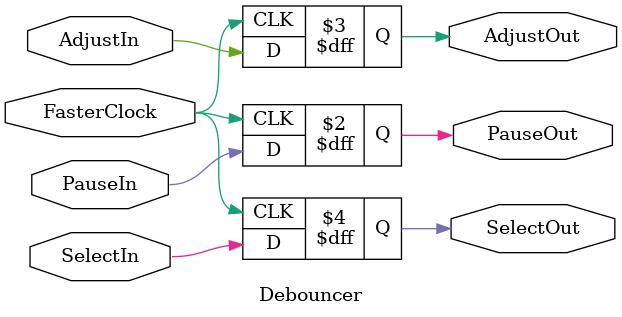
<source format=v>
`timescale 1ns / 1ps
module Debouncer(
    input FasterClock,
    input PauseIn,
    input AdjustIn,
    input SelectIn,
    output reg PauseOut,
    output reg AdjustOut,
    output reg SelectOut
    );

	always @ (posedge FasterClock)
	begin
		PauseOut = PauseIn;
		AdjustOut = AdjustIn;
		SelectOut = SelectIn;
	end

endmodule

</source>
